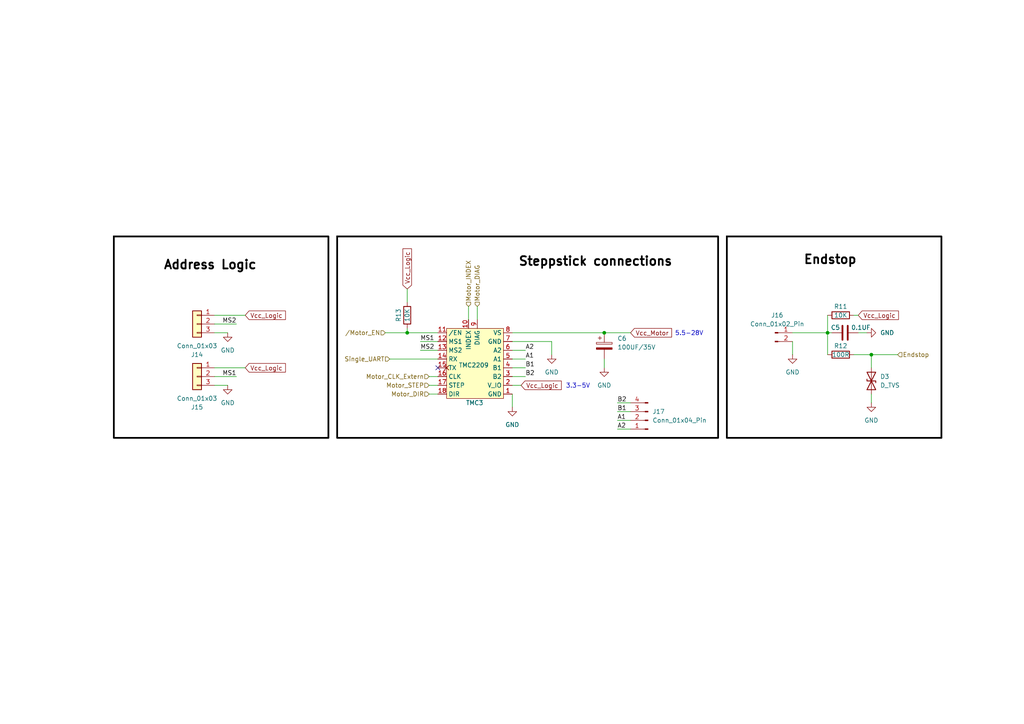
<source format=kicad_sch>
(kicad_sch (version 20231120) (generator "eeschema") (generator_version "8.0")
  (paper "A4")
  (title_block (title "Steppstick wiring") (date "2024-06-29") (rev "2"))
  (lib_symbols
    (symbol "Connector:Conn_01x02_Pin" (pin_names (offset 1.016) hide)
      (property "Reference" "J" (at 0 2.54 0))
      (property "Value" "Conn_01x02_Pin" (at 0 -5.08 0))
      (symbol "Conn_01x02_Pin_1_1"
        (polyline (pts (xy 1.27 -2.54) (xy 0.8636 -2.54)) (stroke (width 0.1524)))
        (polyline (pts (xy 1.27 0) (xy 0.8636 0)) (stroke (width 0.1524)))
        (rectangle (start 0.8636 -2.413) (end 0 -2.667) (stroke (width 0.1524)) (fill (type outline)))
        (rectangle (start 0.8636 0.127) (end 0 -0.127) (stroke (width 0.1524)) (fill (type outline)))
        (pin passive line (at 5.08 0 180) (length 3.81) (name "Pin_1") (number "1"))
        (pin passive line (at 5.08 -2.54 180) (length 3.81) (name "Pin_2") (number "2"))
      )
    )
    (symbol "Connector:Conn_01x04_Pin" (pin_names (offset 1.016) hide)
      (property "Reference" "J" (at 0 5.08 0))
      (property "Value" "Conn_01x04_Pin" (at 0 -7.62 0))
      (symbol "Conn_01x04_Pin_1_1"
        (polyline (pts (xy 1.27 -5.08) (xy 0.8636 -5.08)) (stroke (width 0.1524)))
        (polyline (pts (xy 1.27 -2.54) (xy 0.8636 -2.54)) (stroke (width 0.1524)))
        (polyline (pts (xy 1.27 0) (xy 0.8636 0)) (stroke (width 0.1524)))
        (polyline (pts (xy 1.27 2.54) (xy 0.8636 2.54)) (stroke (width 0.1524)))
        (rectangle (start 0.8636 -4.953) (end 0 -5.207) (stroke (width 0.1524)) (fill (type outline)))
        (rectangle (start 0.8636 -2.413) (end 0 -2.667) (stroke (width 0.1524)) (fill (type outline)))
        (rectangle (start 0.8636 0.127) (end 0 -0.127) (stroke (width 0.1524)) (fill (type outline)))
        (rectangle (start 0.8636 2.667) (end 0 2.413) (stroke (width 0.1524)) (fill (type outline)))
        (pin passive line (at 5.08 2.54 180) (length 3.81) (name "Pin_1") (number "1"))
        (pin passive line (at 5.08 0 180) (length 3.81) (name "Pin_2") (number "2"))
        (pin passive line (at 5.08 -2.54 180) (length 3.81) (name "Pin_3") (number "3"))
        (pin passive line (at 5.08 -5.08 180) (length 3.81) (name "Pin_4") (number "4"))
      )
    )
    (symbol "Connector_Generic:Conn_01x03" (pin_names (offset 1.016) hide)
      (property "Reference" "J" (at 0 5.08 0))
      (property "Value" "Conn_01x03" (at 0 -5.08 0))
      (symbol "Conn_01x03_1_1"
        (rectangle (start -1.27 -2.413) (end 0 -2.667) (stroke (width 0.1524)))
        (rectangle (start -1.27 0.127) (end 0 -0.127) (stroke (width 0.1524)))
        (rectangle (start -1.27 2.667) (end 0 2.413) (stroke (width 0.1524)))
        (rectangle (start -1.27 3.81) (end 1.27 -3.81) (stroke (width 0.254)) (fill (type background)))
        (pin passive line (at -5.08 2.54 0) (length 3.81) (name "Pin_1") (number "1"))
        (pin passive line (at -5.08 0 0) (length 3.81) (name "Pin_2") (number "2"))
        (pin passive line (at -5.08 -2.54 0) (length 3.81) (name "Pin_3") (number "3"))
      )
    )
    (symbol "Device:C" (pin_numbers hide) (pin_names (offset 0.254))
      (property "Reference" "C" (at 0.635 2.54 0))
      (property "Value" "C" (at 0.635 -2.54 0))
      (symbol "C_0_1"
        (polyline (pts (xy -2.032 -0.762) (xy 2.032 -0.762)) (stroke (width 0.508)))
        (polyline (pts (xy -2.032 0.762) (xy 2.032 0.762)) (stroke (width 0.508)))
      )
      (symbol "C_1_1"
        (pin passive line (at 0 3.81 270) (length 2.794) (name "~") (number "1"))
        (pin passive line (at 0 -3.81 90) (length 2.794) (name "~") (number "2"))
      )
    )
    (symbol "Device:C_Polarized" (pin_numbers hide) (pin_names (offset 0.254))
      (property "Reference" "C" (at 0.635 2.54 0))
      (property "Value" "C_Polarized" (at 0.635 -2.54 0))
      (symbol "C_Polarized_0_1"
        (rectangle (start -2.286 0.508) (end 2.286 1.016))
        (polyline (pts (xy -1.778 2.286) (xy -0.762 2.286)))
        (polyline (pts (xy -1.27 2.794) (xy -1.27 1.778)))
        (rectangle (start 2.286 -0.508) (end -2.286 -1.016) (fill (type outline)))
      )
      (symbol "C_Polarized_1_1"
        (pin passive line (at 0 3.81 270) (length 2.794) (name "~") (number "1"))
        (pin passive line (at 0 -3.81 90) (length 2.794) (name "~") (number "2"))
      )
    )
    (symbol "Device:D_TVS" (pin_numbers hide) (pin_names (offset 1.016) hide)
      (property "Reference" "D" (at 0 2.54 0))
      (property "Value" "D_TVS" (at 0 -2.54 0))
      (symbol "D_TVS_0_1"
        (polyline (pts (xy 1.27 0) (xy -1.27 0)))
        (polyline (pts (xy 0.508 1.27) (xy 0 1.27) (xy 0 -1.27) (xy -0.508 -1.27)) (stroke (width 0.254)))
        (polyline (pts (xy -2.54 1.27) (xy -2.54 -1.27) (xy 2.54 1.27) (xy 2.54 -1.27) (xy -2.54 1.27)) (stroke (width 0.254)))
      )
      (symbol "D_TVS_1_1"
        (pin passive line (at -3.81 0 0) (length 2.54) (name "A1") (number "1"))
        (pin passive line (at 3.81 0 180) (length 2.54) (name "A2") (number "2"))
      )
    )
    (symbol "Device:R" (pin_numbers hide) (pin_names (offset 0))
      (property "Reference" "R" (at 2.032 0 90))
      (property "Value" "R" (at 0 0 90))
      (symbol "R_0_1"
        (rectangle (start -1.016 -2.54) (end 1.016 2.54) (stroke (width 0.254)))
      )
      (symbol "R_1_1"
        (pin passive line (at 0 3.81 270) (length 1.27) (name "~") (number "1"))
        (pin passive line (at 0 -3.81 90) (length 1.27) (name "~") (number "2"))
      )
    )
    (symbol "TMC2209_SILENTSTEPSTICK:BTT_TMC2209_V1.3"
      (property "Reference" "TMC" (at 0.254 -12.446 0))
      (property "Value" "TMC2209" (at 0.508 0.254 0))
      (symbol "BTT_TMC2209_V1.3_1_1"
        (rectangle (start -7.62 10.16) (end 8.89 -10.16) (fill (type background)))
        (pin input line (at 11.43 -8.89 180) (length 2.54) (name "GND") (number "1"))
        (pin input line (at -1.27 12.7 270) (length 2.54) (name "INDEX") (number "10"))
        (pin input line (at -10.16 8.89 0) (length 2.54) (name "/EN") (number "11"))
        (pin input line (at -10.16 6.35 0) (length 2.54) (name "MS1") (number "12"))
        (pin input line (at -10.16 3.81 0) (length 2.54) (name "MS2") (number "13"))
        (pin input line (at -10.16 1.27 0) (length 2.54) (name "RX") (number "14"))
        (pin input non_logic (at -10.16 -1.27 0) (length 2.54) (name "TX") (number "15"))
        (pin input line (at -10.16 -3.81 0) (length 2.54) (name "CLK") (number "16"))
        (pin input line (at -10.16 -6.35 0) (length 2.54) (name "STEP") (number "17"))
        (pin input line (at -10.16 -8.89 0) (length 2.54) (name "DIR") (number "18"))
        (pin input line (at 11.43 -6.35 180) (length 2.54) (name "V_IO") (number "2"))
        (pin output line (at 11.43 -3.81 180) (length 2.54) (name "B2") (number "3"))
        (pin output line (at 11.43 -1.27 180) (length 2.54) (name "B1") (number "4"))
        (pin output line (at 11.43 1.27 180) (length 2.54) (name "A1") (number "5"))
        (pin output line (at 11.43 3.81 180) (length 2.54) (name "A2") (number "6"))
        (pin input line (at 11.43 6.35 180) (length 2.54) (name "GND") (number "7"))
        (pin input line (at 11.43 8.89 180) (length 2.54) (name "VS") (number "8"))
        (pin input line (at 1.27 12.7 270) (length 2.54) (name "DIAG") (number "9"))
      )
    )
    (symbol "power:GND" (power) (pin_numbers hide) (pin_names (offset 0) hide)
      (property "Value" "GND" (at 0 -3.81 0))
      (symbol "GND_0_1"
        (polyline (pts (xy 0 0) (xy 0 -1.27) (xy 1.27 -1.27) (xy 0 -2.54) (xy -1.27 -1.27) (xy 0 -1.27)))
      )
      (symbol "GND_1_1"
        (pin power_in line (at 0 0 270) (length 0) (name "~") (number "1"))
      )
    )
  )
  (junction (at 175.26 96.52))
  (junction (at 252.73 102.87))
  (junction (at 118.11 96.52))
  (junction (at 240.03 96.52))
  (no_connect (at 127 106.68))
  (wire (pts (xy 252.73 102.87) (xy 247.65 102.87)))
  (wire (pts (xy 66.04 96.52) (xy 62.23 96.52)))
  (wire (pts (xy 118.11 83.82) (xy 118.11 87.63)))
  (wire (pts (xy 118.11 95.25) (xy 118.11 96.52)))
  (wire (pts (xy 124.46 114.3) (xy 127 114.3)))
  (wire (pts (xy 148.59 101.6) (xy 152.4 101.6)))
  (wire (pts (xy 135.89 92.71) (xy 135.89 88.9)))
  (wire (pts (xy 62.23 93.98) (xy 68.58 93.98)))
  (wire (pts (xy 229.87 99.06) (xy 229.87 102.87)))
  (wire (pts (xy 121.92 101.6) (xy 127 101.6)))
  (wire (pts (xy 148.59 104.14) (xy 152.4 104.14)))
  (wire (pts (xy 240.03 96.52) (xy 240.03 102.87)))
  (wire (pts (xy 182.88 96.52) (xy 175.26 96.52)))
  (wire (pts (xy 248.92 96.52) (xy 251.46 96.52)))
  (wire (pts (xy 175.26 106.68) (xy 175.26 104.14)))
  (wire (pts (xy 160.02 99.06) (xy 160.02 102.87)))
  (wire (pts (xy 113.03 104.14) (xy 127 104.14)))
  (wire (pts (xy 179.07 116.84) (xy 182.88 116.84)))
  (wire (pts (xy 71.12 106.68) (xy 62.23 106.68)))
  (wire (pts (xy 252.73 106.68) (xy 252.73 102.87)))
  (wire (pts (xy 247.65 91.44) (xy 248.92 91.44)))
  (wire (pts (xy 252.73 116.84) (xy 252.73 114.3)))
  (wire (pts (xy 124.46 109.22) (xy 127 109.22)))
  (wire (pts (xy 148.59 99.06) (xy 160.02 99.06)))
  (wire (pts (xy 175.26 96.52) (xy 148.59 96.52)))
  (wire (pts (xy 260.35 102.87) (xy 252.73 102.87)))
  (wire (pts (xy 179.07 124.46) (xy 182.88 124.46)))
  (wire (pts (xy 121.92 99.06) (xy 127 99.06)))
  (wire (pts (xy 138.43 88.9) (xy 138.43 92.71)))
  (wire (pts (xy 124.46 111.76) (xy 127 111.76)))
  (wire (pts (xy 240.03 91.44) (xy 240.03 96.52)))
  (wire (pts (xy 151.13 111.76) (xy 148.59 111.76)))
  (wire (pts (xy 148.59 114.3) (xy 148.59 118.11)))
  (wire (pts (xy 241.3 96.52) (xy 240.03 96.52)))
  (wire (pts (xy 148.59 106.68) (xy 152.4 106.68)))
  (wire (pts (xy 111.76 96.52) (xy 118.11 96.52)))
  (wire (pts (xy 229.87 96.52) (xy 240.03 96.52)))
  (wire (pts (xy 118.11 96.52) (xy 127 96.52)))
  (wire (pts (xy 179.07 121.92) (xy 182.88 121.92)))
  (wire (pts (xy 71.12 91.44) (xy 62.23 91.44)))
  (wire (pts (xy 179.07 119.38) (xy 182.88 119.38)))
  (wire (pts (xy 66.04 111.76) (xy 62.23 111.76)))
  (wire (pts (xy 148.59 109.22) (xy 152.4 109.22)))
  (wire (pts (xy 62.23 109.22) (xy 68.58 109.22)))
  (rectangle (start 210.82 68.58) (end 273.05 127) (stroke (width 0.508) (color 0 0 0 1)))
  (rectangle (start 33.02 68.58) (end 95.25 127) (stroke (width 0.508) (color 0 0 0 1)))
  (rectangle (start 97.79 68.58) (end 208.28 127) (stroke (width 0.508) (color 0 0 0 1)))
  (text "Steppstick connections" (at 172.72 75.946 0) (effects (font (size 2.54 2.54) (thickness 0.508) (bold yes))))
  (text "Address Logic" (at 60.96 76.962 0) (effects (font (size 2.54 2.54) (thickness 0.508) (bold yes))))
  (text "Endstop\n" (at 240.792 75.438 0) (effects (font (size 2.54 2.54) (thickness 0.508) (bold yes))))
  (text "5.5-28V\n" (at 199.898 96.774 0) (effects (font (size 1.27 1.27))))
  (text "3.3-5V\n" (at 167.64 112.014 0) (effects (font (size 1.27 1.27))))
  (label "B2" (at 152.4 109.22 0))
  (label "MS1" (at 68.58 109.22 180))
  (label "A2" (at 152.4 101.6 0))
  (label "MS2" (at 121.92 101.6 0))
  (label "B1" (at 152.4 106.68 0))
  (label "MS2" (at 68.58 93.98 180))
  (label "MS1" (at 121.92 99.06 0))
  (label "A1" (at 179.07 121.92 0))
  (label "A1" (at 152.4 104.14 0))
  (label "B1" (at 179.07 119.38 0))
  (label "B2" (at 179.07 116.84 0))
  (label "A2" (at 179.07 124.46 0))
  (global_label "Vcc_Logic" (shape input) (at 248.92 91.44 0) (property "Intersheetrefs" "${INTERSHEET_REFS}" (effects (hide yes))))
  (global_label "Vcc_Logic" (shape input) (at 118.11 83.82 90) (property "Intersheetrefs" "${INTERSHEET_REFS}" (effects (hide yes))))
  (global_label "Vcc_Logic" (shape input) (at 71.12 106.68 0) (property "Intersheetrefs" "${INTERSHEET_REFS}" (effects (hide yes))))
  (global_label "Vcc_Logic" (shape input) (at 151.13 111.76 0) (property "Intersheetrefs" "${INTERSHEET_REFS}" (effects (hide yes))))
  (global_label "Vcc_Logic" (shape input) (at 71.12 91.44 0) (property "Intersheetrefs" "${INTERSHEET_REFS}" (effects (hide yes))))
  (global_label "Vcc_Motor" (shape input) (at 182.88 96.52 0) (property "Intersheetrefs" "${INTERSHEET_REFS}" (effects (hide yes))))
  (hierarchical_label "Endstop" (shape input) (at 260.35 102.87 0))
  (hierarchical_label "{slash}Motor_EN" (shape input) (at 111.76 96.52 180))
  (hierarchical_label "Motor_DIAG" (shape input) (at 138.43 88.9 90))
  (hierarchical_label "Single_UART" (shape input) (at 113.03 104.14 180))
  (hierarchical_label "Motor_CLK_Extern" (shape input) (at 124.46 109.22 180))
  (hierarchical_label "Motor_STEP" (shape input) (at 124.46 111.76 180))
  (hierarchical_label "Motor_DIR" (shape input) (at 124.46 114.3 180))
  (hierarchical_label "Motor_INDEX" (shape input) (at 135.89 88.9 90))
  (symbol (lib_id "Device:R") (at 243.84 102.87 90) (unit 1)
    (property "Reference" "R12" (at 243.84 100.33 90))
    (property "Value" "100R" (at 243.84 102.87 90))
    (property "Footprint" "Resistor_SMD:R_0805_2012Metric_Pad1.20x1.40mm_HandSolder" (effects (hide yes)))
    (property "Description" "Resistor" (effects (hide yes)))
    (instances (project "StepperDriver-Shield_FRDM-MCXA153" (path "" (reference "R12") (unit 1)) (path "" (reference "R15") (unit 1)) (path "" (reference "R6") (unit 1)) (path "" (reference "R9") (unit 1))))
  )
  (symbol (lib_id "power:GND") (at 252.73 116.84 0) (unit 1)
    (property "Reference" "#PWR032" (effects (hide yes)))
    (property "Value" "GND" (at 252.73 121.92 0))
    (property "Description" "Power symbol creates a global label with name \"GND\" , ground" (effects (hide yes)))
    (instances (project "StepperDriver-Shield_FRDM-MCXA153" (path "" (reference "#PWR032") (unit 1)) (path "" (reference "#PWR040") (unit 1)) (path "" (reference "#PWR016") (unit 1)) (path "" (reference "#PWR024") (unit 1))))
  )
  (symbol (lib_id "power:GND") (at 148.59 118.11 0) (unit 1)
    (property "Reference" "#PWR033" (effects (hide yes)))
    (property "Value" "GND" (at 148.59 123.19 0))
    (property "Description" "Power symbol creates a global label with name \"GND\" , ground" (effects (hide yes)))
    (instances (project "StepperDriver-Shield_FRDM-MCXA153" (path "" (reference "#PWR033") (unit 1)) (path "" (reference "#PWR041") (unit 1)) (path "" (reference "#PWR017") (unit 1)) (path "" (reference "#PWR025") (unit 1))))
  )
  (symbol (lib_id "Connector_Generic:Conn_01x03") (at 57.15 109.22 0) (mirror y) (unit 1)
    (property "Reference" "J15" (at 57.15 118.11 0))
    (property "Value" "Conn_01x03" (at 57.15 115.57 0))
    (property "Footprint" "Connector_PinHeader_2.54mm:PinHeader_1x03_P2.54mm_Vertical" (effects (hide yes)))
    (property "Description" "Generic connector, single row, 01x03, script generated (kicad-library-utils/schlib/autogen/connector/)" (effects (hide yes)))
    (instances (project "StepperDriver-Shield_FRDM-MCXA153" (path "" (reference "J15") (unit 1)) (path "" (reference "J19") (unit 1)) (path "" (reference "J7") (unit 1)) (path "" (reference "J11") (unit 1))))
  )
  (symbol (lib_id "Connector:Conn_01x02_Pin") (at 224.79 96.52 0) (unit 1)
    (property "Reference" "J16" (at 225.425 91.44 0))
    (property "Value" "Conn_01x02_Pin" (at 225.425 93.98 0))
    (property "Footprint" "Connector_JST:JST_XH_B2B-XH-A_1x02_P2.50mm_Vertical" (effects (hide yes)))
    (property "Description" "Generic connector, single row, 01x02, script generated" (effects (hide yes)))
    (instances (project "StepperDriver-Shield_FRDM-MCXA153" (path "" (reference "J16") (unit 1)) (path "" (reference "J20") (unit 1)) (path "" (reference "J8") (unit 1)) (path "" (reference "J12") (unit 1))))
  )
  (symbol (lib_id "power:GND") (at 66.04 111.76 0) (mirror y) (unit 1)
    (property "Reference" "#PWR029" (effects (hide yes)))
    (property "Value" "GND" (at 66.04 116.84 0))
    (property "Description" "Power symbol creates a global label with name \"GND\" , ground" (effects (hide yes)))
    (instances (project "StepperDriver-Shield_FRDM-MCXA153" (path "" (reference "#PWR029") (unit 1)) (path "" (reference "#PWR037") (unit 1)) (path "" (reference "#PWR013") (unit 1)) (path "" (reference "#PWR021") (unit 1))))
  )
  (symbol (lib_id "power:GND") (at 160.02 102.87 0) (unit 1)
    (property "Reference" "#PWR034" (effects (hide yes)))
    (property "Value" "GND" (at 160.02 107.95 0))
    (property "Description" "Power symbol creates a global label with name \"GND\" , ground" (effects (hide yes)))
    (instances (project "StepperDriver-Shield_FRDM-MCXA153" (path "" (reference "#PWR034") (unit 1)) (path "" (reference "#PWR042") (unit 1)) (path "" (reference "#PWR018") (unit 1)) (path "" (reference "#PWR026") (unit 1))))
  )
  (symbol (lib_id "Device:R") (at 243.84 91.44 90) (unit 1)
    (property "Reference" "R11" (at 243.84 88.9 90))
    (property "Value" "10K" (at 243.84 91.44 90))
    (property "Footprint" "Resistor_SMD:R_0805_2012Metric_Pad1.20x1.40mm_HandSolder" (effects (hide yes)))
    (property "Description" "Resistor" (effects (hide yes)))
    (instances (project "StepperDriver-Shield_FRDM-MCXA153" (path "" (reference "R11") (unit 1)) (path "" (reference "R14") (unit 1)) (path "" (reference "R5") (unit 1)) (path "" (reference "R8") (unit 1))))
  )
  (symbol (lib_id "Device:D_TVS") (at 252.73 110.49 90) (unit 1)
    (property "Reference" "D3" (at 255.27 109.2199 90) (effects (justify right)))
    (property "Value" "D_TVS" (at 255.27 111.7599 90) (effects (justify right)))
    (property "Footprint" "Diode_SMD:D_0603_1608Metric_Pad1.05x0.95mm_HandSolder" (effects (hide yes)))
    (property "Description" "Bidirectional transient-voltage-suppression diode" (effects (hide yes)))
    (instances (project "StepperDriver-Shield_FRDM-MCXA153" (path "" (reference "D3") (unit 1)) (path "" (reference "D4") (unit 1)) (path "" (reference "D1") (unit 1)) (path "" (reference "D2") (unit 1))))
  )
  (symbol (lib_id "Device:C_Polarized") (at 175.26 100.33 0) (unit 1)
    (property "Reference" "C6" (at 179.07 98.1709 0) (effects (justify left)))
    (property "Value" "100UF/35V" (at 179.07 100.7109 0) (effects (justify left)))
    (property "Footprint" "Capacitor_SMD:CP_Elec_6.3x7.7" (effects (hide yes)))
    (property "Description" "Polarized capacitor" (effects (hide yes)))
    (instances (project "StepperDriver-Shield_FRDM-MCXA153" (path "" (reference "C6") (unit 1)) (path "" (reference "C8") (unit 1)) (path "" (reference "C2") (unit 1)) (path "" (reference "C4") (unit 1))))
  )
  (symbol (lib_id "TMC2209_SILENTSTEPSTICK:BTT_TMC2209_V1.3") (at 137.16 105.41 0) (unit 1)
    (property "Reference" "TMC3" (at 137.668 116.84 0))
    (property "Value" "TMC2209" (at 137.414 105.918 0))
    (property "Footprint" "Schrittmotortreiber:Btt_TMC2209_V1.3" (effects (hide yes)))
    (instances (project "StepperDriver-Shield_FRDM-MCXA153" (path "" (reference "TMC3") (unit 1)) (path "" (reference "TMC4") (unit 1)) (path "" (reference "TMC1") (unit 1)) (path "" (reference "TMC2") (unit 1))))
  )
  (symbol (lib_id "Device:R") (at 118.11 91.44 180) (unit 1)
    (property "Reference" "R13" (at 115.57 91.44 90))
    (property "Value" "10K" (at 118.11 91.44 90))
    (property "Footprint" "Resistor_SMD:R_0805_2012Metric_Pad1.20x1.40mm_HandSolder" (effects (hide yes)))
    (property "Description" "Resistor" (effects (hide yes)))
    (instances (project "StepperDriver-Shield_FRDM-MCXA153" (path "" (reference "R13") (unit 1)) (path "" (reference "R16") (unit 1)) (path "" (reference "R7") (unit 1)) (path "" (reference "R10") (unit 1))))
  )
  (symbol (lib_id "power:GND") (at 66.04 96.52 0) (mirror y) (unit 1)
    (property "Reference" "#PWR028" (effects (hide yes)))
    (property "Value" "GND" (at 66.04 101.6 0))
    (property "Description" "Power symbol creates a global label with name \"GND\" , ground" (effects (hide yes)))
    (instances (project "StepperDriver-Shield_FRDM-MCXA153" (path "" (reference "#PWR028") (unit 1)) (path "" (reference "#PWR036") (unit 1)) (path "" (reference "#PWR012") (unit 1)) (path "" (reference "#PWR020") (unit 1))))
  )
  (symbol (lib_id "power:GND") (at 251.46 96.52 90) (unit 1)
    (property "Reference" "#PWR031" (effects (hide yes)))
    (property "Value" "GND" (at 255.27 96.5199 90) (effects (justify right)))
    (property "Description" "Power symbol creates a global label with name \"GND\" , ground" (effects (hide yes)))
    (instances (project "StepperDriver-Shield_FRDM-MCXA153" (path "" (reference "#PWR031") (unit 1)) (path "" (reference "#PWR039") (unit 1)) (path "" (reference "#PWR015") (unit 1)) (path "" (reference "#PWR023") (unit 1))))
  )
  (symbol (lib_id "power:GND") (at 175.26 106.68 0) (unit 1)
    (property "Reference" "#PWR035" (effects (hide yes)))
    (property "Value" "GND" (at 175.26 111.76 0))
    (property "Description" "Power symbol creates a global label with name \"GND\" , ground" (effects (hide yes)))
    (instances (project "StepperDriver-Shield_FRDM-MCXA153" (path "" (reference "#PWR035") (unit 1)) (path "" (reference "#PWR043") (unit 1)) (path "" (reference "#PWR019") (unit 1)) (path "" (reference "#PWR027") (unit 1))))
  )
  (symbol (lib_id "Connector_Generic:Conn_01x03") (at 57.15 93.98 0) (mirror y) (unit 1)
    (property "Reference" "J14" (at 57.15 102.87 0))
    (property "Value" "Conn_01x03" (at 57.15 100.33 0))
    (property "Footprint" "Connector_PinHeader_2.54mm:PinHeader_1x03_P2.54mm_Vertical" (effects (hide yes)))
    (property "Description" "Generic connector, single row, 01x03, script generated (kicad-library-utils/schlib/autogen/connector/)" (effects (hide yes)))
    (instances (project "StepperDriver-Shield_FRDM-MCXA153" (path "" (reference "J14") (unit 1)) (path "" (reference "J18") (unit 1)) (path "" (reference "J6") (unit 1)) (path "" (reference "J10") (unit 1))))
  )
  (symbol (lib_id "Device:C") (at 245.11 96.52 90) (unit 1)
    (property "Reference" "C5" (at 242.316 94.996 90))
    (property "Value" "0.1UF" (at 249.682 94.996 90))
    (property "Footprint" "Capacitor_SMD:C_0805_2012Metric_Pad1.18x1.45mm_HandSolder" (effects (hide yes)))
    (property "Description" "Unpolarized capacitor" (effects (hide yes)))
    (instances (project "StepperDriver-Shield_FRDM-MCXA153" (path "" (reference "C5") (unit 1)) (path "" (reference "C7") (unit 1)) (path "" (reference "C1") (unit 1)) (path "" (reference "C3") (unit 1))))
  )
  (symbol (lib_id "power:GND") (at 229.87 102.87 0) (unit 1)
    (property "Reference" "#PWR030" (effects (hide yes)))
    (property "Value" "GND" (at 229.87 107.95 0))
    (property "Description" "Power symbol creates a global label with name \"GND\" , ground" (effects (hide yes)))
    (instances (project "StepperDriver-Shield_FRDM-MCXA153" (path "" (reference "#PWR030") (unit 1)) (path "" (reference "#PWR038") (unit 1)) (path "" (reference "#PWR014") (unit 1)) (path "" (reference "#PWR022") (unit 1))))
  )
  (symbol (lib_id "Connector:Conn_01x04_Pin") (at 187.96 121.92 180) (unit 1)
    (property "Reference" "J17" (at 189.23 119.3799 0) (effects (justify right)))
    (property "Value" "Conn_01x04_Pin" (at 189.23 121.9199 0) (effects (justify right)))
    (property "Footprint" "Connector_JST:JST_XH_B4B-XH-A_1x04_P2.50mm_Vertical" (effects (hide yes)))
    (property "Description" "Generic connector, single row, 01x04, script generated" (effects (hide yes)))
    (instances (project "StepperDriver-Shield_FRDM-MCXA153" (path "" (reference "J17") (unit 1)) (path "" (reference "J21") (unit 1)) (path "" (reference "J9") (unit 1)) (path "" (reference "J13") (unit 1))))
  )
)
</source>
